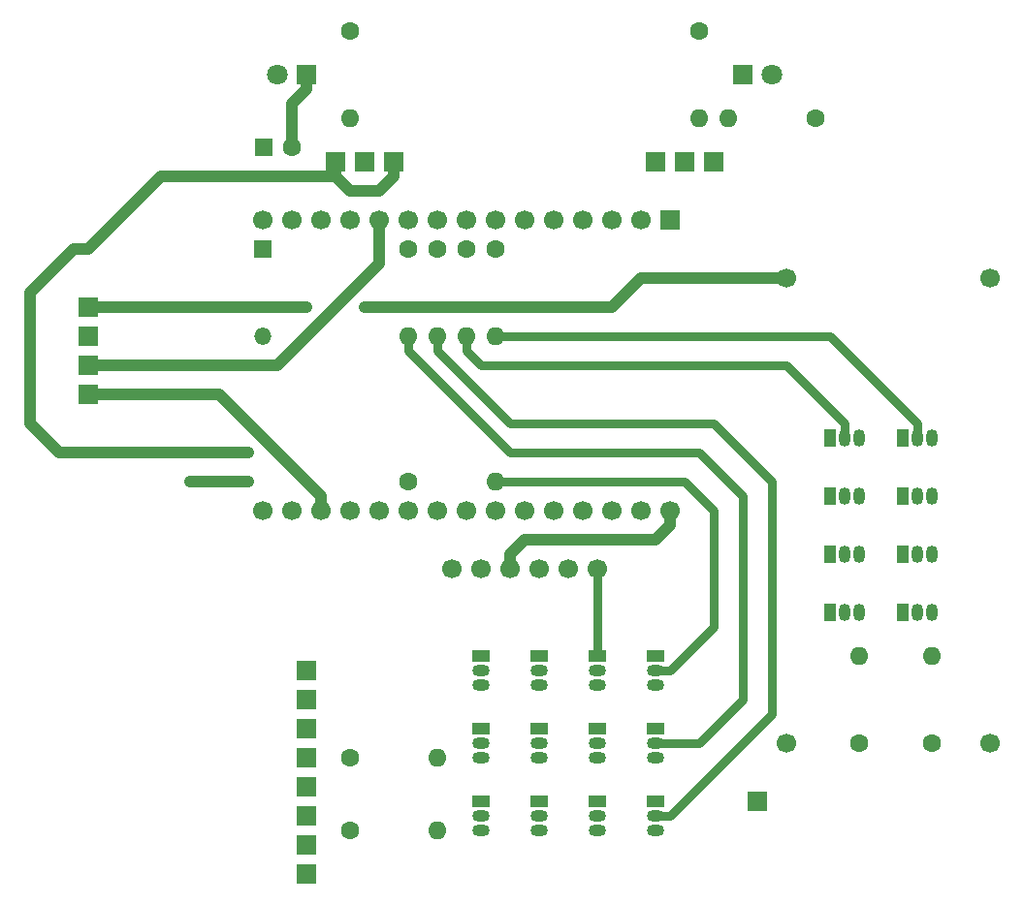
<source format=gbr>
%TF.GenerationSoftware,KiCad,Pcbnew,7.0.10*%
%TF.CreationDate,2024-02-07T14:22:42-05:00*%
%TF.ProjectId,board_up,626f6172-645f-4757-902e-6b696361645f,rev?*%
%TF.SameCoordinates,Original*%
%TF.FileFunction,Copper,L2,Bot*%
%TF.FilePolarity,Positive*%
%FSLAX46Y46*%
G04 Gerber Fmt 4.6, Leading zero omitted, Abs format (unit mm)*
G04 Created by KiCad (PCBNEW 7.0.10) date 2024-02-07 14:22:42*
%MOMM*%
%LPD*%
G01*
G04 APERTURE LIST*
%TA.AperFunction,ComponentPad*%
%ADD10R,1.500000X1.050000*%
%TD*%
%TA.AperFunction,ComponentPad*%
%ADD11O,1.500000X1.050000*%
%TD*%
%TA.AperFunction,ComponentPad*%
%ADD12C,1.600000*%
%TD*%
%TA.AperFunction,ComponentPad*%
%ADD13O,1.600000X1.600000*%
%TD*%
%TA.AperFunction,ComponentPad*%
%ADD14R,1.700000X1.700000*%
%TD*%
%TA.AperFunction,ComponentPad*%
%ADD15R,1.050000X1.500000*%
%TD*%
%TA.AperFunction,ComponentPad*%
%ADD16O,1.050000X1.500000*%
%TD*%
%TA.AperFunction,ComponentPad*%
%ADD17C,1.700000*%
%TD*%
%TA.AperFunction,ComponentPad*%
%ADD18R,1.800000X1.800000*%
%TD*%
%TA.AperFunction,ComponentPad*%
%ADD19C,1.800000*%
%TD*%
%TA.AperFunction,ComponentPad*%
%ADD20R,1.600000X1.600000*%
%TD*%
%TA.AperFunction,ComponentPad*%
%ADD21R,1.500000X1.500000*%
%TD*%
%TA.AperFunction,ComponentPad*%
%ADD22O,1.500000X1.500000*%
%TD*%
%TA.AperFunction,ViaPad*%
%ADD23C,0.800000*%
%TD*%
%TA.AperFunction,Conductor*%
%ADD24C,0.800000*%
%TD*%
%TA.AperFunction,Conductor*%
%ADD25C,1.000000*%
%TD*%
G04 APERTURE END LIST*
D10*
%TO.P,Q402,1,E*%
%TO.N,GND*%
X55880000Y-74930000D03*
D11*
%TO.P,Q402,2,B*%
%TO.N,Net-(Q401-B)*%
X55880000Y-76200000D03*
%TO.P,Q402,3,C*%
%TO.N,/relay2/OUT*%
X55880000Y-77470000D03*
%TD*%
D12*
%TO.P,R102,1*%
%TO.N,Net-(D101-A)*%
X64770000Y-7620000D03*
D13*
%TO.P,R102,2*%
%TO.N,Battery_In*%
X64770000Y-15240000D03*
%TD*%
D14*
%TO.P,J120,1,Pin_1*%
%TO.N,Net-(J120-Pin_1)*%
X30480000Y-81280000D03*
%TD*%
D15*
%TO.P,Q502,1,E*%
%TO.N,GND*%
X76200000Y-48260000D03*
D16*
%TO.P,Q502,2,B*%
%TO.N,Net-(Q501-B)*%
X77470000Y-48260000D03*
%TO.P,Q502,3,C*%
%TO.N,/relay3/OUT*%
X78740000Y-48260000D03*
%TD*%
D12*
%TO.P,R107,1*%
%TO.N,Net-(J120-Pin_1)*%
X85090000Y-69850000D03*
D13*
%TO.P,R107,2*%
%TO.N,/relay4/OUT*%
X85090000Y-62230000D03*
%TD*%
D14*
%TO.P,J111,1,Pin_1*%
%TO.N,CAPACITIVE_PIN1*%
X63500000Y-19050000D03*
%TD*%
D15*
%TO.P,Q501,1,E*%
%TO.N,GND*%
X76200000Y-43180000D03*
D16*
%TO.P,Q501,2,B*%
%TO.N,Net-(Q501-B)*%
X77470000Y-43180000D03*
%TO.P,Q501,3,C*%
%TO.N,/relay3/OUT*%
X78740000Y-43180000D03*
%TD*%
D14*
%TO.P,J117,1,Pin_1*%
%TO.N,Net-(J117-Pin_1)*%
X30480000Y-73660000D03*
%TD*%
D12*
%TO.P,R501,1*%
%TO.N,LED_PWM_PIN3*%
X44450000Y-26670000D03*
D13*
%TO.P,R501,2*%
%TO.N,Net-(Q501-B)*%
X44450000Y-34290000D03*
%TD*%
D14*
%TO.P,J102,1,Pin_1*%
%TO.N,Battery_In*%
X38100000Y-19050000D03*
%TD*%
D15*
%TO.P,Q602,1,E*%
%TO.N,GND*%
X82550000Y-48260000D03*
D16*
%TO.P,Q602,2,B*%
%TO.N,Net-(Q601-B)*%
X83820000Y-48260000D03*
%TO.P,Q602,3,C*%
%TO.N,/relay4/OUT*%
X85090000Y-48260000D03*
%TD*%
D14*
%TO.P,J103,1,Pin_1*%
%TO.N,5V*%
X69850000Y-74930000D03*
%TD*%
%TO.P,J105,1,Pin_1*%
%TO.N,Battery_In*%
X33020000Y-19050000D03*
%TD*%
%TO.P,J114,1,Pin_1*%
%TO.N,/relay/OUT*%
X30480000Y-66040000D03*
%TD*%
D15*
%TO.P,Q603,1,E*%
%TO.N,GND*%
X82550000Y-53340000D03*
D16*
%TO.P,Q603,2,B*%
%TO.N,Net-(Q601-B)*%
X83820000Y-53340000D03*
%TO.P,Q603,3,C*%
%TO.N,/relay4/OUT*%
X85090000Y-53340000D03*
%TD*%
D10*
%TO.P,Q303,1,E*%
%TO.N,GND*%
X50800000Y-62230000D03*
D11*
%TO.P,Q303,2,B*%
%TO.N,Net-(Q301-B)*%
X50800000Y-63500000D03*
%TO.P,Q303,3,C*%
%TO.N,/relay/OUT*%
X50800000Y-64770000D03*
%TD*%
D12*
%TO.P,R601,1*%
%TO.N,LED_PWM_PIN4*%
X46990000Y-26670000D03*
D13*
%TO.P,R601,2*%
%TO.N,Net-(Q601-B)*%
X46990000Y-34290000D03*
%TD*%
D14*
%TO.P,J110,1,Pin_1*%
%TO.N,Net-(J110-Pin_1)*%
X11430000Y-39370000D03*
%TD*%
D10*
%TO.P,Q302,1,E*%
%TO.N,GND*%
X55880000Y-62230000D03*
D11*
%TO.P,Q302,2,B*%
%TO.N,Net-(Q301-B)*%
X55880000Y-63500000D03*
%TO.P,Q302,3,C*%
%TO.N,/relay/OUT*%
X55880000Y-64770000D03*
%TD*%
D10*
%TO.P,Q203,1,E*%
%TO.N,GND*%
X50800000Y-68580000D03*
D11*
%TO.P,Q203,2,B*%
%TO.N,Net-(Q201-B)*%
X50800000Y-69850000D03*
%TO.P,Q203,3,C*%
%TO.N,/relay1/OUT*%
X50800000Y-71120000D03*
%TD*%
D12*
%TO.P,R105,1*%
%TO.N,Net-(J117-Pin_1)*%
X34290000Y-77470000D03*
D13*
%TO.P,R105,2*%
%TO.N,/relay2/OUT*%
X41910000Y-77470000D03*
%TD*%
D10*
%TO.P,Q202,1,E*%
%TO.N,GND*%
X55880000Y-68580000D03*
D11*
%TO.P,Q202,2,B*%
%TO.N,Net-(Q201-B)*%
X55880000Y-69850000D03*
%TO.P,Q202,3,C*%
%TO.N,/relay1/OUT*%
X55880000Y-71120000D03*
%TD*%
D14*
%TO.P,J118,1,Pin_1*%
%TO.N,3.3V*%
X30480000Y-76200000D03*
%TD*%
%TO.P,J115,1,Pin_1*%
%TO.N,3.3V*%
X30480000Y-68580000D03*
%TD*%
%TO.P,J112,1,Pin_1*%
%TO.N,CAPACITIVE_PIN2*%
X35560000Y-19050000D03*
%TD*%
D15*
%TO.P,Q601,1,E*%
%TO.N,GND*%
X82550000Y-43180000D03*
D16*
%TO.P,Q601,2,B*%
%TO.N,Net-(Q601-B)*%
X83820000Y-43180000D03*
%TO.P,Q601,3,C*%
%TO.N,/relay4/OUT*%
X85090000Y-43180000D03*
%TD*%
D12*
%TO.P,R101,1*%
%TO.N,GND*%
X74930000Y-15240000D03*
D13*
%TO.P,R101,2*%
%TO.N,Battery_In*%
X67310000Y-15240000D03*
%TD*%
D15*
%TO.P,Q504,1,E*%
%TO.N,GND*%
X76200000Y-58420000D03*
D16*
%TO.P,Q504,2,B*%
%TO.N,Net-(Q501-B)*%
X77470000Y-58420000D03*
%TO.P,Q504,3,C*%
%TO.N,/relay3/OUT*%
X78740000Y-58420000D03*
%TD*%
D12*
%TO.P,R106,1*%
%TO.N,Net-(J119-Pin_1)*%
X78740000Y-69850000D03*
D13*
%TO.P,R106,2*%
%TO.N,/relay3/OUT*%
X78740000Y-62230000D03*
%TD*%
D14*
%TO.P,J108,1,Pin_1*%
%TO.N,Net-(J108-Pin_1)*%
X11430000Y-36830000D03*
%TD*%
%TO.P,J106,1,Pin_1*%
%TO.N,3.3V*%
X11430000Y-31750000D03*
%TD*%
%TO.P,J104,1,Pin_1*%
%TO.N,Net-(J101-Pin_1)*%
X66040000Y-19050000D03*
%TD*%
%TO.P,J101,1,Pin_1*%
%TO.N,Net-(J101-Pin_1)*%
X60960000Y-19050000D03*
%TD*%
%TO.P,U103,1,EN*%
%TO.N,unconnected-(U103-EN-Pad1)*%
X62230000Y-24130000D03*
D17*
%TO.P,U103,2,VP*%
%TO.N,unconnected-(U103-VP-Pad2)*%
X59690000Y-24130000D03*
%TO.P,U103,3,VN*%
%TO.N,unconnected-(U103-VN-Pad3)*%
X57150000Y-24130000D03*
%TO.P,U103,4,D34*%
%TO.N,unconnected-(U103-D34-Pad4)*%
X54610000Y-24130000D03*
%TO.P,U103,5,D35*%
%TO.N,unconnected-(U103-D35-Pad5)*%
X52070000Y-24130000D03*
%TO.P,U103,6,D32*%
%TO.N,unconnected-(U103-D32-Pad6)*%
X49530000Y-24130000D03*
%TO.P,U103,7,D33*%
%TO.N,LED_PWM_PIN4*%
X46990000Y-24130000D03*
%TO.P,U103,8,D25*%
%TO.N,LED_PWM_PIN3*%
X44450000Y-24130000D03*
%TO.P,U103,9,D26*%
%TO.N,LED_PWM_PIN2*%
X41910000Y-24130000D03*
%TO.P,U103,10,D27*%
%TO.N,LED_PWM_PIN1*%
X39370000Y-24130000D03*
%TO.P,U103,11,D14*%
%TO.N,Net-(J108-Pin_1)*%
X36830000Y-24130000D03*
%TO.P,U103,12,D12*%
%TO.N,CAPACITIVE_PIN1*%
X34290000Y-24130000D03*
%TO.P,U103,13,D13*%
%TO.N,unconnected-(U103-D13-Pad13)*%
X31750000Y-24130000D03*
%TO.P,U103,14,GND*%
%TO.N,GND*%
X29210000Y-24130000D03*
%TO.P,U103,15,VIN*%
%TO.N,Net-(D103-K)*%
X26670000Y-24130000D03*
%TO.P,U103,16,3V3*%
%TO.N,unconnected-(U103-3V3-Pad16)*%
X26670000Y-49530000D03*
%TO.P,U103,17,GND*%
%TO.N,unconnected-(U103-GND-Pad17)*%
X29210000Y-49530000D03*
%TO.P,U103,18,D15*%
%TO.N,Net-(J110-Pin_1)*%
X31750000Y-49530000D03*
%TO.P,U103,19,D2*%
%TO.N,unconnected-(U103-D2-Pad19)*%
X34290000Y-49530000D03*
%TO.P,U103,20,D4*%
%TO.N,CAPACITIVE_PIN2*%
X36830000Y-49530000D03*
%TO.P,U103,21,D16*%
%TO.N,MOTOR_PWM_PIN*%
X39370000Y-49530000D03*
%TO.P,U103,22,D17*%
%TO.N,Battery_In*%
X41910000Y-49530000D03*
%TO.P,U103,23,D5*%
%TO.N,Net-(U102-CS)*%
X44450000Y-49530000D03*
%TO.P,U103,24,D18*%
%TO.N,Net-(U102-SCK)*%
X46990000Y-49530000D03*
%TO.P,U103,25,D19*%
%TO.N,Net-(U102-MISO)*%
X49530000Y-49530000D03*
%TO.P,U103,26,D21*%
%TO.N,unconnected-(U103-D21-Pad26)*%
X52070000Y-49530000D03*
%TO.P,U103,27,RX0*%
%TO.N,unconnected-(U103-RX0-Pad27)*%
X54610000Y-49530000D03*
%TO.P,U103,28,TX0*%
%TO.N,unconnected-(U103-TX0-Pad28)*%
X57150000Y-49530000D03*
%TO.P,U103,29,D22*%
%TO.N,Net-(J109-Pin_1)*%
X59690000Y-49530000D03*
%TO.P,U103,30,D23*%
%TO.N,Net-(U102-MOSI)*%
X62230000Y-49530000D03*
%TD*%
D10*
%TO.P,Q304,1,E*%
%TO.N,GND*%
X45720000Y-62230000D03*
D11*
%TO.P,Q304,2,B*%
%TO.N,Net-(Q301-B)*%
X45720000Y-63500000D03*
%TO.P,Q304,3,C*%
%TO.N,/relay/OUT*%
X45720000Y-64770000D03*
%TD*%
D18*
%TO.P,D101,1,K*%
%TO.N,GND*%
X68580000Y-11430000D03*
D19*
%TO.P,D101,2,A*%
%TO.N,Net-(D101-A)*%
X71120000Y-11430000D03*
%TD*%
D10*
%TO.P,Q401,1,E*%
%TO.N,GND*%
X60960000Y-74930000D03*
D11*
%TO.P,Q401,2,B*%
%TO.N,Net-(Q401-B)*%
X60960000Y-76200000D03*
%TO.P,Q401,3,C*%
%TO.N,/relay2/OUT*%
X60960000Y-77470000D03*
%TD*%
D10*
%TO.P,Q201,1,E*%
%TO.N,GND*%
X60960000Y-68580000D03*
D11*
%TO.P,Q201,2,B*%
%TO.N,Net-(Q201-B)*%
X60960000Y-69850000D03*
%TO.P,Q201,3,C*%
%TO.N,/relay1/OUT*%
X60960000Y-71120000D03*
%TD*%
D10*
%TO.P,Q301,1,E*%
%TO.N,GND*%
X60960000Y-62230000D03*
D11*
%TO.P,Q301,2,B*%
%TO.N,Net-(Q301-B)*%
X60960000Y-63500000D03*
%TO.P,Q301,3,C*%
%TO.N,/relay/OUT*%
X60960000Y-64770000D03*
%TD*%
D18*
%TO.P,D102,1,K*%
%TO.N,GND*%
X30480000Y-11430000D03*
D19*
%TO.P,D102,2,A*%
%TO.N,Net-(D102-A)*%
X27940000Y-11430000D03*
%TD*%
D20*
%TO.P,C102,1*%
%TO.N,3.3V*%
X26710000Y-17780000D03*
D12*
%TO.P,C102,2*%
%TO.N,GND*%
X29210000Y-17780000D03*
%TD*%
D21*
%TO.P,D103,1,K*%
%TO.N,Net-(D103-K)*%
X26670000Y-26665000D03*
D22*
%TO.P,D103,2,A*%
%TO.N,5V*%
X26670000Y-34285000D03*
%TD*%
D10*
%TO.P,Q403,1,E*%
%TO.N,GND*%
X50800000Y-74930000D03*
D11*
%TO.P,Q403,2,B*%
%TO.N,Net-(Q401-B)*%
X50800000Y-76200000D03*
%TO.P,Q403,3,C*%
%TO.N,/relay2/OUT*%
X50800000Y-77470000D03*
%TD*%
D15*
%TO.P,Q503,1,E*%
%TO.N,GND*%
X76200000Y-53340000D03*
D16*
%TO.P,Q503,2,B*%
%TO.N,Net-(Q501-B)*%
X77470000Y-53340000D03*
%TO.P,Q503,3,C*%
%TO.N,/relay3/OUT*%
X78740000Y-53340000D03*
%TD*%
D17*
%TO.P,U101,1,IN+*%
%TO.N,5V*%
X72390000Y-69850000D03*
%TO.P,U101,2,IN-*%
%TO.N,GND*%
X90170000Y-69850000D03*
%TO.P,U101,3,OUT+*%
%TO.N,3.3V*%
X72390000Y-29210000D03*
%TO.P,U101,4,OUT-*%
%TO.N,GND*%
X90170000Y-29210000D03*
%TD*%
D12*
%TO.P,R301,1*%
%TO.N,MOTOR_PWM_PIN*%
X39370000Y-46990000D03*
D13*
%TO.P,R301,2*%
%TO.N,Net-(Q301-B)*%
X46990000Y-46990000D03*
%TD*%
D14*
%TO.P,J116,1,Pin_1*%
%TO.N,Net-(J116-Pin_1)*%
X30480000Y-71120000D03*
%TD*%
D12*
%TO.P,R401,1*%
%TO.N,LED_PWM_PIN2*%
X41910000Y-26670000D03*
D13*
%TO.P,R401,2*%
%TO.N,Net-(Q401-B)*%
X41910000Y-34290000D03*
%TD*%
D14*
%TO.P,J119,1,Pin_1*%
%TO.N,Net-(J119-Pin_1)*%
X30480000Y-78740000D03*
%TD*%
D17*
%TO.P,U102,1,CS*%
%TO.N,Net-(U102-CS)*%
X43180000Y-54610000D03*
%TO.P,U102,2,SCK*%
%TO.N,Net-(U102-SCK)*%
X45720000Y-54610000D03*
%TO.P,U102,3,MOSI*%
%TO.N,Net-(U102-MOSI)*%
X48260000Y-54610000D03*
%TO.P,U102,4,MISO*%
%TO.N,Net-(U102-MISO)*%
X50800000Y-54610000D03*
%TO.P,U102,5,VCC*%
%TO.N,5V*%
X53340000Y-54610000D03*
%TO.P,U102,6,GND*%
%TO.N,GND*%
X55880000Y-54610000D03*
%TD*%
D12*
%TO.P,R201,1*%
%TO.N,LED_PWM_PIN1*%
X39370000Y-26670000D03*
D13*
%TO.P,R201,2*%
%TO.N,Net-(Q201-B)*%
X39370000Y-34290000D03*
%TD*%
D14*
%TO.P,J113,1,Pin_1*%
%TO.N,5V*%
X30480000Y-63500000D03*
%TD*%
D12*
%TO.P,R103,1*%
%TO.N,Net-(D102-A)*%
X34290000Y-7620000D03*
D13*
%TO.P,R103,2*%
%TO.N,3.3V*%
X34290000Y-15240000D03*
%TD*%
D10*
%TO.P,Q404,1,E*%
%TO.N,GND*%
X45720000Y-74930000D03*
D11*
%TO.P,Q404,2,B*%
%TO.N,Net-(Q401-B)*%
X45720000Y-76200000D03*
%TO.P,Q404,3,C*%
%TO.N,/relay2/OUT*%
X45720000Y-77470000D03*
%TD*%
D12*
%TO.P,R104,1*%
%TO.N,Net-(J116-Pin_1)*%
X34290000Y-71120000D03*
D13*
%TO.P,R104,2*%
%TO.N,/relay1/OUT*%
X41910000Y-71120000D03*
%TD*%
D15*
%TO.P,Q604,1,E*%
%TO.N,GND*%
X82550000Y-58420000D03*
D16*
%TO.P,Q604,2,B*%
%TO.N,Net-(Q601-B)*%
X83820000Y-58420000D03*
%TO.P,Q604,3,C*%
%TO.N,/relay4/OUT*%
X85090000Y-58420000D03*
%TD*%
D14*
%TO.P,J109,1,Pin_1*%
%TO.N,Net-(J109-Pin_1)*%
X11430000Y-34290000D03*
%TD*%
D10*
%TO.P,Q204,1,E*%
%TO.N,GND*%
X45720000Y-68580000D03*
D11*
%TO.P,Q204,2,B*%
%TO.N,Net-(Q201-B)*%
X45720000Y-69850000D03*
%TO.P,Q204,3,C*%
%TO.N,/relay1/OUT*%
X45720000Y-71120000D03*
%TD*%
D23*
%TO.N,3.3V*%
X30480000Y-31750000D03*
X35560000Y-31750000D03*
%TO.N,Battery_In*%
X25400000Y-44450000D03*
%TO.N,CAPACITIVE_PIN2*%
X25400000Y-46990000D03*
X20320000Y-46990000D03*
%TD*%
D24*
%TO.N,GND*%
X55880000Y-54610000D02*
X55880000Y-62230000D01*
D25*
X30480000Y-11430000D02*
X30480000Y-12700000D01*
X30480000Y-12700000D02*
X29210000Y-13970000D01*
X29210000Y-13970000D02*
X29210000Y-17780000D01*
%TO.N,3.3V*%
X72390000Y-29210000D02*
X59690000Y-29210000D01*
X59690000Y-29210000D02*
X57150000Y-31750000D01*
X35560000Y-31750000D02*
X57150000Y-31750000D01*
X11430000Y-31750000D02*
X30480000Y-31750000D01*
%TO.N,Battery_In*%
X6350000Y-30480000D02*
X6350000Y-41910000D01*
X36830000Y-21590000D02*
X34290000Y-21590000D01*
X6350000Y-41910000D02*
X8890000Y-44450000D01*
X11430000Y-26670000D02*
X10160000Y-26670000D01*
X38100000Y-19050000D02*
X38100000Y-20320000D01*
X33020000Y-20320000D02*
X33020000Y-19050000D01*
X38100000Y-20320000D02*
X36830000Y-21590000D01*
X8890000Y-44450000D02*
X25400000Y-44450000D01*
X17780000Y-20320000D02*
X11430000Y-26670000D01*
X33020000Y-20320000D02*
X17780000Y-20320000D01*
X34290000Y-21590000D02*
X33020000Y-20320000D01*
X10160000Y-26670000D02*
X6350000Y-30480000D01*
%TO.N,Net-(J108-Pin_1)*%
X27940000Y-36830000D02*
X11430000Y-36830000D01*
X36830000Y-24130000D02*
X36830000Y-27940000D01*
X36830000Y-27940000D02*
X27940000Y-36830000D01*
%TO.N,Net-(J110-Pin_1)*%
X22860000Y-39370000D02*
X31750000Y-48260000D01*
X31750000Y-48260000D02*
X31750000Y-49530000D01*
X11430000Y-39370000D02*
X22860000Y-39370000D01*
%TO.N,CAPACITIVE_PIN2*%
X20320000Y-46990000D02*
X25400000Y-46990000D01*
D24*
%TO.N,Net-(Q201-B)*%
X64770000Y-44450000D02*
X68580000Y-48260000D01*
X39370000Y-34290000D02*
X39370000Y-35560000D01*
X64770000Y-69850000D02*
X60960000Y-69850000D01*
X39370000Y-35560000D02*
X48260000Y-44450000D01*
X68580000Y-48260000D02*
X68580000Y-66040000D01*
X68580000Y-66040000D02*
X64770000Y-69850000D01*
X48260000Y-44450000D02*
X64770000Y-44450000D01*
%TO.N,Net-(Q301-B)*%
X66040000Y-59690000D02*
X62230000Y-63500000D01*
X60960000Y-63500000D02*
X62230000Y-63500000D01*
X63500000Y-46990000D02*
X46990000Y-46990000D01*
X66040000Y-59690000D02*
X66040000Y-49530000D01*
X66040000Y-49530000D02*
X63500000Y-46990000D01*
%TO.N,Net-(Q401-B)*%
X66040000Y-41910000D02*
X71120000Y-46990000D01*
X62230000Y-76200000D02*
X60960000Y-76200000D01*
X48260000Y-41910000D02*
X66040000Y-41910000D01*
X41910000Y-35560000D02*
X48260000Y-41910000D01*
X71120000Y-46990000D02*
X71120000Y-67310000D01*
X41910000Y-34290000D02*
X41910000Y-35560000D01*
X71120000Y-67310000D02*
X62230000Y-76200000D01*
%TO.N,Net-(Q501-B)*%
X44450000Y-35560000D02*
X45720000Y-36830000D01*
X44450000Y-34290000D02*
X44450000Y-35560000D01*
X77470000Y-43180000D02*
X77470000Y-41910000D01*
X45720000Y-36830000D02*
X72390000Y-36830000D01*
X77470000Y-41910000D02*
X72390000Y-36830000D01*
%TO.N,Net-(Q601-B)*%
X46990000Y-34290000D02*
X76200000Y-34290000D01*
X76200000Y-34290000D02*
X83820000Y-41910000D01*
X83820000Y-41910000D02*
X83820000Y-43180000D01*
D25*
%TO.N,Net-(U102-MOSI)*%
X62230000Y-49530000D02*
X62230000Y-50800000D01*
X48260000Y-53340000D02*
X48260000Y-54610000D01*
X60960000Y-52070000D02*
X49530000Y-52070000D01*
X62230000Y-50800000D02*
X60960000Y-52070000D01*
X49530000Y-52070000D02*
X48260000Y-53340000D01*
%TD*%
M02*

</source>
